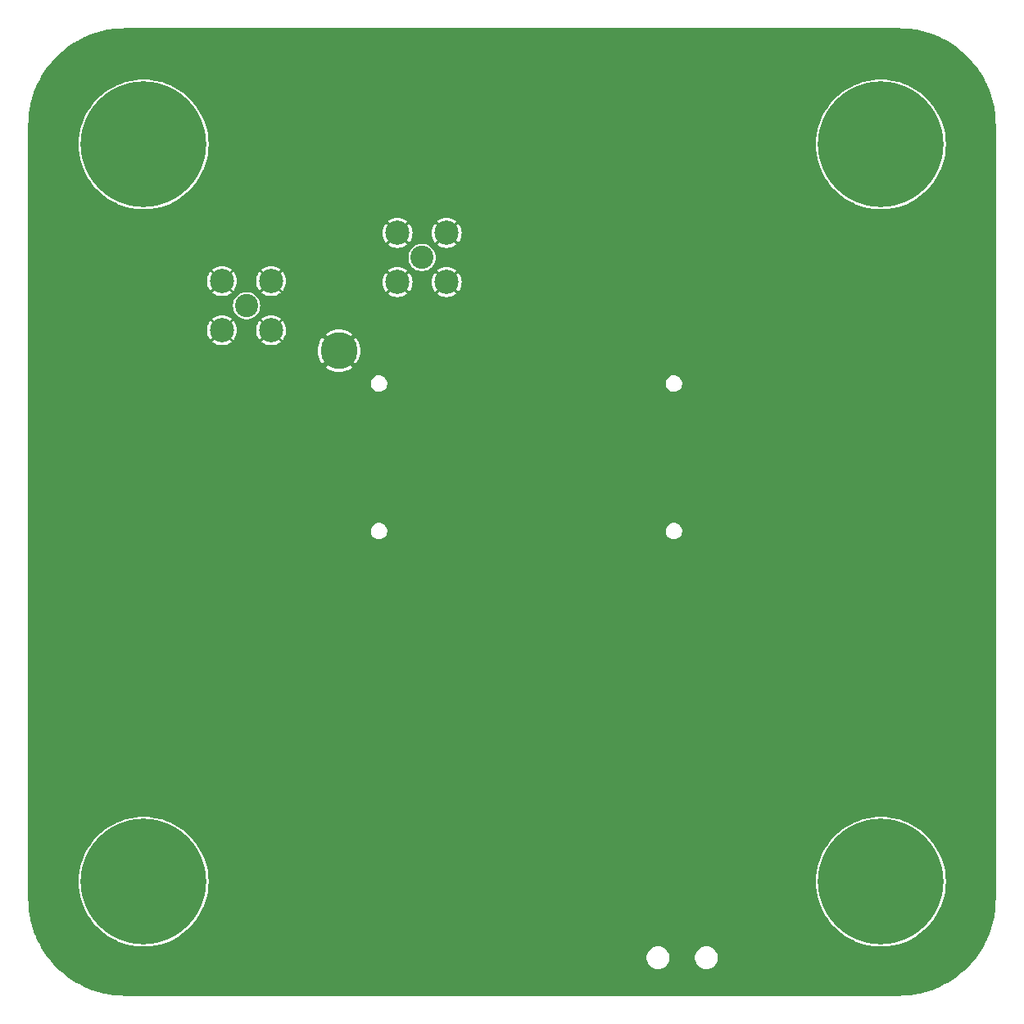
<source format=gbl>
G04 #@! TF.GenerationSoftware,KiCad,Pcbnew,7.0.1*
G04 #@! TF.CreationDate,2024-09-06T16:35:00-07:00*
G04 #@! TF.ProjectId,FACED Frame Clock,46414345-4420-4467-9261-6d6520436c6f,rev?*
G04 #@! TF.SameCoordinates,Original*
G04 #@! TF.FileFunction,Copper,L2,Bot*
G04 #@! TF.FilePolarity,Positive*
%FSLAX46Y46*%
G04 Gerber Fmt 4.6, Leading zero omitted, Abs format (unit mm)*
G04 Created by KiCad (PCBNEW 7.0.1) date 2024-09-06 16:35:00*
%MOMM*%
%LPD*%
G01*
G04 APERTURE LIST*
G04 #@! TA.AperFunction,ComponentPad*
%ADD10C,3.800000*%
G04 #@! TD*
G04 #@! TA.AperFunction,ComponentPad*
%ADD11C,0.900000*%
G04 #@! TD*
G04 #@! TA.AperFunction,ComponentPad*
%ADD12C,13.000000*%
G04 #@! TD*
G04 #@! TA.AperFunction,ComponentPad*
%ADD13C,2.400000*%
G04 #@! TD*
G04 #@! TA.AperFunction,ComponentPad*
%ADD14C,2.500000*%
G04 #@! TD*
G04 #@! TA.AperFunction,ViaPad*
%ADD15C,0.800000*%
G04 #@! TD*
G04 APERTURE END LIST*
D10*
X127110000Y-113350000D03*
D11*
X178255000Y-168210000D03*
X179682854Y-164762854D03*
X179682854Y-171657146D03*
X183130000Y-163335000D03*
D12*
X183130000Y-168210000D03*
D11*
X183130000Y-173085000D03*
X186577146Y-164762854D03*
X186577146Y-171657146D03*
X188005000Y-168210000D03*
X102055000Y-92010000D03*
X103482854Y-88562854D03*
X103482854Y-95457146D03*
X106930000Y-87135000D03*
D12*
X106930000Y-92010000D03*
D11*
X106930000Y-96885000D03*
X110377146Y-88562854D03*
X110377146Y-95457146D03*
X111805000Y-92010000D03*
D13*
X117560800Y-108676999D03*
D14*
X115020800Y-106136999D03*
X115020800Y-111216999D03*
X120100800Y-106136999D03*
X120100800Y-111216999D03*
D11*
X102055000Y-168210000D03*
X103482854Y-164762854D03*
X103482854Y-171657146D03*
X106930000Y-163335000D03*
D12*
X106930000Y-168210000D03*
D11*
X106930000Y-173085000D03*
X110377146Y-164762854D03*
X110377146Y-171657146D03*
X111805000Y-168210000D03*
D13*
X135696400Y-103698599D03*
D14*
X133156400Y-101158599D03*
X133156400Y-106238599D03*
X138236400Y-101158599D03*
X138236400Y-106238599D03*
D11*
X178255000Y-92010000D03*
X179682854Y-88562854D03*
X179682854Y-95457146D03*
X183130000Y-87135000D03*
D12*
X183130000Y-92010000D03*
D11*
X183130000Y-96885000D03*
X186577146Y-88562854D03*
X186577146Y-95457146D03*
X188005000Y-92010000D03*
D15*
X126660000Y-110760000D03*
X128420000Y-110790000D03*
X125360000Y-110970000D03*
X133970000Y-116300000D03*
X138920000Y-117880000D03*
X136380000Y-115260000D03*
X141820000Y-110070000D03*
X136840000Y-110080000D03*
X131520000Y-109840000D03*
X173840000Y-152520000D03*
X108500000Y-142500000D03*
X171000000Y-117500000D03*
X176000000Y-97500000D03*
X151000000Y-97500000D03*
X176000000Y-117500000D03*
X153500000Y-122500000D03*
X113500000Y-142500000D03*
X181000000Y-107500000D03*
X188500000Y-132500000D03*
X101000000Y-137500000D03*
X111250000Y-112740000D03*
X126000000Y-147500000D03*
X113500000Y-152500000D03*
X153080000Y-172550000D03*
X133500000Y-152500000D03*
X151600000Y-139790000D03*
X138370000Y-103770000D03*
X188500000Y-102500000D03*
X111000000Y-157500000D03*
X128500000Y-82500000D03*
X173500000Y-82500000D03*
X131000000Y-127500000D03*
X173500000Y-162500000D03*
X176000000Y-177500000D03*
X151340000Y-136410000D03*
X96000000Y-167500000D03*
X171000000Y-137500000D03*
X133500000Y-92500000D03*
X188500000Y-162500000D03*
X183500000Y-132500000D03*
X178500000Y-82500000D03*
X136490000Y-118890000D03*
X158580000Y-135870000D03*
X111000000Y-177500000D03*
X160530000Y-127700000D03*
X191000000Y-157500000D03*
X171000000Y-107500000D03*
X106000000Y-117500000D03*
X191000000Y-107500000D03*
X103500000Y-102500000D03*
X178500000Y-162500000D03*
X181000000Y-117500000D03*
X113890000Y-97910000D03*
X132130000Y-107910000D03*
X156000000Y-137500000D03*
X181000000Y-127500000D03*
X186000000Y-107500000D03*
X121000000Y-167500000D03*
X116880000Y-95060000D03*
X108500000Y-82500000D03*
X111000000Y-147500000D03*
X128500000Y-122500000D03*
X132400000Y-118150000D03*
X119170000Y-96030000D03*
X125830000Y-109640000D03*
X151000000Y-107500000D03*
X146000000Y-128260000D03*
X131000000Y-97500000D03*
X111000000Y-137500000D03*
X188500000Y-152500000D03*
X130180000Y-138880000D03*
X143500000Y-112500000D03*
X141640000Y-134610000D03*
X136000000Y-177500000D03*
X148500000Y-82500000D03*
X166540000Y-137190000D03*
X191000000Y-137500000D03*
X146000000Y-147500000D03*
X116000000Y-157500000D03*
X173500000Y-122500000D03*
X133500000Y-142500000D03*
X136000000Y-147500000D03*
X123500000Y-162500000D03*
X118500000Y-122500000D03*
X186000000Y-177500000D03*
X120770000Y-103460000D03*
X168500000Y-162500000D03*
X98500000Y-162500000D03*
X106000000Y-107500000D03*
X118500000Y-92500000D03*
X111520000Y-98920000D03*
X131000000Y-177500000D03*
X123500000Y-82500000D03*
X120870000Y-138680000D03*
X114600000Y-95430000D03*
X166000000Y-127500000D03*
X131000000Y-167500000D03*
X128500000Y-162500000D03*
X115730000Y-103480000D03*
X156000000Y-167500000D03*
X149380000Y-112250000D03*
X118500000Y-172500000D03*
X153500000Y-102500000D03*
X161000000Y-87500000D03*
X141000000Y-177500000D03*
X136000000Y-87500000D03*
X166280000Y-170570000D03*
X171000000Y-97500000D03*
X96000000Y-97500000D03*
X141000000Y-167500000D03*
X156000000Y-127500000D03*
X126000000Y-87500000D03*
X101000000Y-157500000D03*
X128500000Y-92500000D03*
X178500000Y-122500000D03*
X108500000Y-112500000D03*
X108500000Y-152500000D03*
X101000000Y-107500000D03*
X118500000Y-82500000D03*
X176000000Y-157500000D03*
X178500000Y-132500000D03*
X103500000Y-82500000D03*
X113500000Y-82500000D03*
X165490000Y-162490000D03*
X146000000Y-157500000D03*
X135420000Y-112730000D03*
X138500000Y-112500000D03*
X153500000Y-162500000D03*
X166000000Y-107500000D03*
X101000000Y-97500000D03*
X123500000Y-152500000D03*
X126000000Y-117500000D03*
X146000000Y-167500000D03*
X153500000Y-112500000D03*
X171000000Y-157500000D03*
X112270000Y-104680000D03*
X146000000Y-107500000D03*
X153500000Y-132500000D03*
X168500000Y-112500000D03*
X113000000Y-102500000D03*
X126000000Y-127500000D03*
X121570000Y-109530000D03*
X168500000Y-142500000D03*
X151000000Y-127500000D03*
X181000000Y-177500000D03*
X143500000Y-162500000D03*
X173500000Y-102500000D03*
X143500000Y-152500000D03*
X98500000Y-122500000D03*
X106000000Y-127500000D03*
X131000000Y-147500000D03*
X151700000Y-118810000D03*
X158500000Y-152500000D03*
X191000000Y-117500000D03*
X168500000Y-92500000D03*
X191000000Y-87500000D03*
X136000000Y-157500000D03*
X103500000Y-112500000D03*
X173500000Y-132500000D03*
X131000000Y-157500000D03*
X188500000Y-112500000D03*
X148500000Y-102500000D03*
X130570000Y-102380000D03*
X138500000Y-82500000D03*
X146000000Y-136400000D03*
X193500000Y-172500000D03*
X96000000Y-127500000D03*
X188500000Y-82500000D03*
X181000000Y-147500000D03*
X124520000Y-108500000D03*
X130530000Y-100550000D03*
X163500000Y-112500000D03*
X98500000Y-132500000D03*
X161000000Y-167500000D03*
X156710000Y-117880000D03*
X98500000Y-152500000D03*
X119100000Y-116430000D03*
X103500000Y-122500000D03*
X163500000Y-122500000D03*
X138450000Y-98460000D03*
X125490000Y-138640000D03*
X128500000Y-142500000D03*
X158910000Y-172530000D03*
X158500000Y-112500000D03*
X143500000Y-172500000D03*
X112360000Y-110390000D03*
X151000000Y-157500000D03*
X98500000Y-142500000D03*
X116000000Y-117500000D03*
X116810000Y-114330000D03*
X168500000Y-102500000D03*
X148500000Y-132500000D03*
X113500000Y-172500000D03*
X161400000Y-146220000D03*
X191000000Y-97500000D03*
X106000000Y-137500000D03*
X132390000Y-95100000D03*
X101000000Y-177500000D03*
X126000000Y-177500000D03*
X139790000Y-145280000D03*
X166000000Y-167500000D03*
X181000000Y-157500000D03*
X193500000Y-122500000D03*
X101000000Y-147500000D03*
X148500000Y-162500000D03*
X153500000Y-92500000D03*
X157420000Y-139630000D03*
X113120000Y-117300000D03*
X188830000Y-172740000D03*
X161510000Y-141290000D03*
X161000000Y-97500000D03*
X158500000Y-92500000D03*
X132170000Y-111790000D03*
X133410000Y-98220000D03*
X171000000Y-147500000D03*
X157790000Y-142590000D03*
X117490000Y-106070000D03*
X161000000Y-177500000D03*
X188500000Y-142500000D03*
X138500000Y-162500000D03*
X126000000Y-167500000D03*
X126000000Y-157500000D03*
X141370000Y-127500000D03*
X161860000Y-133640000D03*
X123500000Y-92500000D03*
X151000000Y-177500000D03*
X193500000Y-92500000D03*
X136000000Y-167500000D03*
X101000000Y-127500000D03*
X143500000Y-92500000D03*
X123500000Y-132500000D03*
X130610000Y-104140000D03*
X128480000Y-117830000D03*
X101000000Y-87500000D03*
X193500000Y-102500000D03*
X118500000Y-162500000D03*
X186000000Y-117500000D03*
X141000000Y-97500000D03*
X127220000Y-102910000D03*
X128500000Y-152500000D03*
X183500000Y-82500000D03*
X116000000Y-177500000D03*
X192670000Y-163470000D03*
X131190000Y-115200000D03*
X138500000Y-122500000D03*
X141000000Y-157500000D03*
X143540000Y-106530000D03*
X122540000Y-95340000D03*
X166000000Y-97500000D03*
X181000000Y-137500000D03*
X131000000Y-87500000D03*
X121000000Y-87500000D03*
X141160000Y-104540000D03*
X143740000Y-99220000D03*
X133500000Y-172500000D03*
X116000000Y-87500000D03*
X96000000Y-147500000D03*
X156460000Y-147780000D03*
X121660000Y-91030000D03*
X158500000Y-82500000D03*
X158770000Y-122400000D03*
X124950000Y-107460000D03*
X143500000Y-82500000D03*
X191000000Y-147500000D03*
X133080000Y-103720000D03*
X121000000Y-117500000D03*
X133500000Y-122500000D03*
X121000000Y-127500000D03*
X143500000Y-132500000D03*
X96000000Y-137500000D03*
X176000000Y-107500000D03*
X176000000Y-137500000D03*
X156000000Y-97500000D03*
X168500000Y-122500000D03*
X98500000Y-112500000D03*
X96000000Y-157500000D03*
X111080000Y-127490000D03*
X153500000Y-142500000D03*
X121000000Y-177500000D03*
X183500000Y-152500000D03*
X178500000Y-142500000D03*
X161000000Y-107500000D03*
X108500000Y-122500000D03*
X117770000Y-99040000D03*
X186000000Y-147500000D03*
X111550000Y-107560000D03*
X163500000Y-102500000D03*
X141000000Y-107500000D03*
X121000000Y-157500000D03*
X98500000Y-102500000D03*
X106000000Y-157500000D03*
X193500000Y-142500000D03*
X183500000Y-102500000D03*
X110500000Y-101370000D03*
X166000000Y-87500000D03*
X153500000Y-82500000D03*
X113410000Y-114280000D03*
X138440000Y-134630000D03*
X125390000Y-103320000D03*
X143500000Y-122500000D03*
X156000000Y-87500000D03*
X151000000Y-87500000D03*
X141000000Y-87500000D03*
X148500000Y-142500000D03*
X108500000Y-102500000D03*
X122600000Y-100500000D03*
X138400000Y-142780000D03*
X118500000Y-132500000D03*
X148500000Y-92500000D03*
X161000000Y-157500000D03*
X178500000Y-152500000D03*
X136000000Y-97500000D03*
X116020000Y-166530000D03*
X171000000Y-87500000D03*
X193990000Y-159310000D03*
X156000000Y-157500000D03*
X141210000Y-100450000D03*
X193500000Y-112500000D03*
X138000000Y-138890000D03*
X135250000Y-138770000D03*
X163100000Y-149650000D03*
X146000000Y-87500000D03*
X106000000Y-147500000D03*
X115050000Y-108760000D03*
X143560000Y-142850000D03*
X138500000Y-152500000D03*
X191000000Y-167500000D03*
X148500000Y-152500000D03*
X151000000Y-167500000D03*
X143500000Y-102500000D03*
X113500000Y-162500000D03*
X101000000Y-117500000D03*
X121520000Y-107820000D03*
X96000000Y-117500000D03*
X166000000Y-117500000D03*
X168500000Y-132500000D03*
X123500000Y-142500000D03*
X188500000Y-122500000D03*
X134880000Y-107740000D03*
X168500000Y-82500000D03*
X146220000Y-139810000D03*
X138500000Y-132500000D03*
X141000000Y-147500000D03*
X103500000Y-142500000D03*
X183500000Y-112500000D03*
X160080000Y-149520000D03*
X163370000Y-157420000D03*
X176000000Y-87500000D03*
X193500000Y-152500000D03*
X133500000Y-162500000D03*
X111110000Y-117950000D03*
X121000000Y-98500000D03*
X156000000Y-177500000D03*
X126680000Y-105160000D03*
X117490000Y-111260000D03*
X120330000Y-114180000D03*
X163320000Y-143610000D03*
X163500000Y-172500000D03*
X171000000Y-127500000D03*
X156730000Y-150380000D03*
X108500000Y-132500000D03*
X166850000Y-146210000D03*
X158500000Y-102500000D03*
X156000000Y-107500000D03*
X136260000Y-106760000D03*
X113500000Y-132500000D03*
X103500000Y-152500000D03*
X176000000Y-127500000D03*
X118500000Y-152500000D03*
X128500000Y-132500000D03*
X116000000Y-147500000D03*
X148500000Y-172500000D03*
X171000000Y-177500000D03*
X173500000Y-142500000D03*
X118500000Y-142500000D03*
X162340000Y-152660000D03*
X173500000Y-112500000D03*
X98500000Y-172500000D03*
X128570000Y-101280000D03*
X146000000Y-97500000D03*
X123020000Y-122600000D03*
X141380000Y-117590000D03*
X186000000Y-157500000D03*
X193500000Y-132500000D03*
X153500000Y-152500000D03*
X121000000Y-147500000D03*
X133500000Y-82500000D03*
X102520000Y-162390000D03*
X136000000Y-127500000D03*
X163500000Y-92500000D03*
X128770000Y-104390000D03*
X123500000Y-172500000D03*
X171000000Y-167500000D03*
X98500000Y-92500000D03*
X166000000Y-177500000D03*
X173500000Y-172500000D03*
X178500000Y-112500000D03*
X186000000Y-127500000D03*
X178500000Y-102500000D03*
X167240000Y-152570000D03*
X118820000Y-101400000D03*
X138500000Y-172500000D03*
X158500000Y-132500000D03*
X113500000Y-122500000D03*
X146000000Y-177500000D03*
X96000000Y-87500000D03*
X151000000Y-147500000D03*
X124550000Y-110050000D03*
X183500000Y-122500000D03*
X158500000Y-162500000D03*
X146520000Y-117540000D03*
X135680000Y-100870000D03*
X106000000Y-177500000D03*
X163500000Y-82500000D03*
X183500000Y-142500000D03*
X128500000Y-172500000D03*
X186000000Y-137500000D03*
X108400000Y-105360000D03*
X138500000Y-92500000D03*
X176000000Y-147500000D03*
X163430000Y-138680000D03*
X96000000Y-107500000D03*
X133500000Y-132500000D03*
X103500000Y-132500000D03*
X161850000Y-118140000D03*
X148500000Y-122500000D03*
X116000000Y-127500000D03*
X191000000Y-127500000D03*
X166980000Y-157810000D03*
X116170000Y-137380000D03*
X115380000Y-100330000D03*
G04 #@! TA.AperFunction,Conductor*
G36*
X185001489Y-80000545D02*
G01*
X185413504Y-80012995D01*
X185413504Y-80013026D01*
X185413617Y-80012998D01*
X185414103Y-80013013D01*
X185604730Y-80019004D01*
X185610493Y-80019356D01*
X185957842Y-80050920D01*
X186218245Y-80075536D01*
X186223753Y-80076215D01*
X186554766Y-80126594D01*
X186827075Y-80169724D01*
X186832287Y-80170695D01*
X187153737Y-80239698D01*
X187153986Y-80239753D01*
X187428925Y-80301209D01*
X187433874Y-80302451D01*
X187747246Y-80389810D01*
X187748055Y-80390041D01*
X188021520Y-80469490D01*
X188026143Y-80470958D01*
X188331648Y-80576381D01*
X188332884Y-80576817D01*
X188602615Y-80673926D01*
X188606901Y-80675584D01*
X188802313Y-80756526D01*
X188904183Y-80798722D01*
X188905614Y-80799328D01*
X189009079Y-80844101D01*
X189169976Y-80913727D01*
X189173943Y-80915550D01*
X189462420Y-81056010D01*
X189464023Y-81056808D01*
X189721474Y-81187986D01*
X189725138Y-81189953D01*
X190004031Y-81347250D01*
X190005792Y-81348267D01*
X190254991Y-81495643D01*
X190258324Y-81497704D01*
X190526897Y-81671349D01*
X190528647Y-81672510D01*
X190768537Y-81835539D01*
X190771565Y-81837680D01*
X191028846Y-82026992D01*
X191030800Y-82028468D01*
X191260209Y-82206416D01*
X191262866Y-82208553D01*
X191429004Y-82347012D01*
X191508037Y-82412878D01*
X191510126Y-82414668D01*
X191728026Y-82606773D01*
X191730413Y-82608948D01*
X191962701Y-82827609D01*
X191964848Y-82829691D01*
X192170307Y-83035150D01*
X192172389Y-83037297D01*
X192391050Y-83269585D01*
X192393225Y-83271972D01*
X192585330Y-83489872D01*
X192587120Y-83491961D01*
X192791427Y-83737110D01*
X192793601Y-83739813D01*
X192971511Y-83969173D01*
X192973026Y-83971178D01*
X193162318Y-84228434D01*
X193164459Y-84231461D01*
X193249492Y-84356583D01*
X193327461Y-84471311D01*
X193328696Y-84473173D01*
X193502287Y-84741663D01*
X193504363Y-84745020D01*
X193651731Y-84994206D01*
X193652748Y-84995967D01*
X193810045Y-85274860D01*
X193812025Y-85278549D01*
X193943188Y-85535972D01*
X193943988Y-85537578D01*
X194084432Y-85826020D01*
X194086280Y-85830042D01*
X194200670Y-86094384D01*
X194201276Y-86095815D01*
X194324402Y-86393066D01*
X194326085Y-86397417D01*
X194423179Y-86667109D01*
X194423617Y-86668350D01*
X194529032Y-86973830D01*
X194530516Y-86978504D01*
X194609923Y-87251824D01*
X194610218Y-87252859D01*
X194697542Y-87566105D01*
X194698794Y-87571094D01*
X194760188Y-87845752D01*
X194760367Y-87846570D01*
X194829295Y-88167672D01*
X194830281Y-88172963D01*
X194873365Y-88444986D01*
X194873457Y-88445577D01*
X194923778Y-88776208D01*
X194924466Y-88781787D01*
X194949095Y-89042332D01*
X194949128Y-89042690D01*
X194980639Y-89389462D01*
X194980996Y-89395312D01*
X194987000Y-89586374D01*
X194987001Y-89586494D01*
X194987004Y-89586494D01*
X194999455Y-89998511D01*
X194999500Y-90001501D01*
X194999500Y-169998499D01*
X194999455Y-170001489D01*
X194987008Y-170413386D01*
X194987004Y-170413506D01*
X194980996Y-170604687D01*
X194980639Y-170610536D01*
X194949128Y-170957309D01*
X194949095Y-170957667D01*
X194924466Y-171218211D01*
X194923778Y-171223790D01*
X194873457Y-171554421D01*
X194873365Y-171555012D01*
X194830281Y-171827035D01*
X194829295Y-171832326D01*
X194760367Y-172153428D01*
X194760188Y-172154246D01*
X194698794Y-172428904D01*
X194697542Y-172433893D01*
X194610218Y-172747139D01*
X194609923Y-172748174D01*
X194530516Y-173021494D01*
X194529032Y-173026168D01*
X194423617Y-173331648D01*
X194423179Y-173332889D01*
X194326085Y-173602581D01*
X194324402Y-173606932D01*
X194201276Y-173904183D01*
X194200670Y-173905614D01*
X194086280Y-174169956D01*
X194084432Y-174173978D01*
X193943988Y-174462420D01*
X193943188Y-174464026D01*
X193812025Y-174721449D01*
X193810045Y-174725138D01*
X193652748Y-175004031D01*
X193651731Y-175005792D01*
X193504363Y-175254978D01*
X193502287Y-175258335D01*
X193328696Y-175526825D01*
X193327440Y-175528719D01*
X193164459Y-175768537D01*
X193162318Y-175771564D01*
X192973026Y-176028820D01*
X192971511Y-176030825D01*
X192793601Y-176260185D01*
X192791427Y-176262888D01*
X192587120Y-176508037D01*
X192585330Y-176510126D01*
X192393225Y-176728026D01*
X192391050Y-176730413D01*
X192172389Y-176962701D01*
X192170307Y-176964848D01*
X191964848Y-177170307D01*
X191962701Y-177172389D01*
X191730413Y-177391050D01*
X191728026Y-177393225D01*
X191510126Y-177585330D01*
X191508037Y-177587120D01*
X191262888Y-177791427D01*
X191260185Y-177793601D01*
X191030825Y-177971511D01*
X191028820Y-177973026D01*
X190771564Y-178162318D01*
X190768537Y-178164459D01*
X190528719Y-178327440D01*
X190526825Y-178328696D01*
X190258335Y-178502287D01*
X190254978Y-178504363D01*
X190005792Y-178651731D01*
X190004031Y-178652748D01*
X189725138Y-178810045D01*
X189721449Y-178812025D01*
X189464026Y-178943188D01*
X189462420Y-178943988D01*
X189173978Y-179084432D01*
X189169956Y-179086280D01*
X188905614Y-179200670D01*
X188904183Y-179201276D01*
X188606932Y-179324402D01*
X188602581Y-179326085D01*
X188332889Y-179423179D01*
X188331648Y-179423617D01*
X188026168Y-179529032D01*
X188021494Y-179530516D01*
X187748174Y-179609923D01*
X187747139Y-179610218D01*
X187433893Y-179697542D01*
X187428904Y-179698794D01*
X187154246Y-179760188D01*
X187153428Y-179760367D01*
X186832326Y-179829295D01*
X186827035Y-179830281D01*
X186555012Y-179873365D01*
X186554421Y-179873457D01*
X186223790Y-179923778D01*
X186218210Y-179924466D01*
X185957793Y-179949082D01*
X185957437Y-179949115D01*
X185610537Y-179980639D01*
X185604686Y-179980996D01*
X185413624Y-179987000D01*
X185413505Y-179987004D01*
X185001489Y-179999455D01*
X184998499Y-179999500D01*
X105001501Y-179999500D01*
X104998511Y-179999455D01*
X104586493Y-179987004D01*
X104586374Y-179987000D01*
X104395312Y-179980996D01*
X104389461Y-179980639D01*
X104042561Y-179949115D01*
X104042205Y-179949082D01*
X103781788Y-179924466D01*
X103776208Y-179923778D01*
X103445577Y-179873457D01*
X103444986Y-179873365D01*
X103172963Y-179830281D01*
X103167672Y-179829295D01*
X102846570Y-179760367D01*
X102845752Y-179760188D01*
X102571094Y-179698794D01*
X102566105Y-179697542D01*
X102252859Y-179610218D01*
X102251824Y-179609923D01*
X101978504Y-179530516D01*
X101973830Y-179529032D01*
X101668350Y-179423617D01*
X101667109Y-179423179D01*
X101397417Y-179326085D01*
X101393066Y-179324402D01*
X101095815Y-179201276D01*
X101094384Y-179200670D01*
X100830042Y-179086280D01*
X100826020Y-179084432D01*
X100537578Y-178943988D01*
X100535972Y-178943188D01*
X100278549Y-178812025D01*
X100274860Y-178810045D01*
X99995967Y-178652748D01*
X99994206Y-178651731D01*
X99745020Y-178504363D01*
X99741663Y-178502287D01*
X99586410Y-178401909D01*
X99473144Y-178328676D01*
X99471311Y-178327461D01*
X99356583Y-178249492D01*
X99231461Y-178164459D01*
X99228434Y-178162318D01*
X98971178Y-177973026D01*
X98969173Y-177971511D01*
X98739813Y-177793601D01*
X98737110Y-177791427D01*
X98491961Y-177587120D01*
X98489872Y-177585330D01*
X98271972Y-177393225D01*
X98269585Y-177391050D01*
X98037297Y-177172389D01*
X98035150Y-177170307D01*
X97829691Y-176964848D01*
X97827609Y-176962701D01*
X97608948Y-176730413D01*
X97606773Y-176728026D01*
X97414668Y-176510126D01*
X97412878Y-176508037D01*
X97327315Y-176405370D01*
X97208553Y-176262866D01*
X97206416Y-176260209D01*
X97147319Y-176184022D01*
X158902400Y-176184022D01*
X158942500Y-176398541D01*
X159021339Y-176602047D01*
X159021340Y-176602049D01*
X159136229Y-176787602D01*
X159283257Y-176948884D01*
X159457418Y-177080404D01*
X159652779Y-177177683D01*
X159862690Y-177237407D01*
X160025556Y-177252499D01*
X160134440Y-177252499D01*
X160134444Y-177252499D01*
X160297310Y-177237407D01*
X160507221Y-177177683D01*
X160702582Y-177080404D01*
X160876743Y-176948884D01*
X161023771Y-176787602D01*
X161138660Y-176602049D01*
X161217498Y-176398545D01*
X161243358Y-176260209D01*
X161257600Y-176184022D01*
X163902400Y-176184022D01*
X163942500Y-176398541D01*
X164021339Y-176602047D01*
X164021340Y-176602049D01*
X164136229Y-176787602D01*
X164283257Y-176948884D01*
X164457418Y-177080404D01*
X164652779Y-177177683D01*
X164862690Y-177237407D01*
X165025556Y-177252499D01*
X165134440Y-177252499D01*
X165134444Y-177252499D01*
X165297310Y-177237407D01*
X165507221Y-177177683D01*
X165702582Y-177080404D01*
X165876743Y-176948884D01*
X166023771Y-176787602D01*
X166138660Y-176602049D01*
X166217498Y-176398545D01*
X166243358Y-176260209D01*
X166257600Y-176184022D01*
X166257600Y-175965776D01*
X166217499Y-175751256D01*
X166138660Y-175547750D01*
X166138660Y-175547749D01*
X166023771Y-175362196D01*
X165876743Y-175200914D01*
X165702582Y-175069394D01*
X165702580Y-175069393D01*
X165702579Y-175069392D01*
X165507222Y-174972115D01*
X165297311Y-174912391D01*
X165264736Y-174909372D01*
X165134444Y-174897299D01*
X165025556Y-174897299D01*
X164916978Y-174907360D01*
X164862688Y-174912391D01*
X164652777Y-174972115D01*
X164457420Y-175069392D01*
X164283256Y-175200915D01*
X164136230Y-175362194D01*
X164021339Y-175547750D01*
X163942500Y-175751256D01*
X163902400Y-175965776D01*
X163902400Y-176184022D01*
X161257600Y-176184022D01*
X161257600Y-175965776D01*
X161217499Y-175751256D01*
X161138660Y-175547750D01*
X161138660Y-175547749D01*
X161023771Y-175362196D01*
X160876743Y-175200914D01*
X160702582Y-175069394D01*
X160702580Y-175069393D01*
X160702579Y-175069392D01*
X160507222Y-174972115D01*
X160297311Y-174912391D01*
X160264736Y-174909372D01*
X160134444Y-174897299D01*
X160025556Y-174897299D01*
X159916978Y-174907360D01*
X159862688Y-174912391D01*
X159652777Y-174972115D01*
X159457420Y-175069392D01*
X159283256Y-175200915D01*
X159136230Y-175362194D01*
X159021339Y-175547750D01*
X158942500Y-175751256D01*
X158902400Y-175965776D01*
X158902400Y-176184022D01*
X97147319Y-176184022D01*
X97028468Y-176030800D01*
X97026992Y-176028846D01*
X96837680Y-175771564D01*
X96835539Y-175768537D01*
X96823795Y-175751256D01*
X96672510Y-175528647D01*
X96671349Y-175526897D01*
X96497704Y-175258324D01*
X96495635Y-175254978D01*
X96463662Y-175200915D01*
X96348267Y-175005792D01*
X96347250Y-175004031D01*
X96189953Y-174725138D01*
X96187986Y-174721474D01*
X96056808Y-174464023D01*
X96056010Y-174462420D01*
X96015828Y-174379894D01*
X95915550Y-174173943D01*
X95913727Y-174169976D01*
X95799328Y-173905614D01*
X95798722Y-173904183D01*
X95771432Y-173838299D01*
X95675584Y-173606901D01*
X95673926Y-173602615D01*
X95576817Y-173332884D01*
X95576381Y-173331648D01*
X95552927Y-173263680D01*
X95470958Y-173026143D01*
X95469490Y-173021520D01*
X95390041Y-172748055D01*
X95389810Y-172747246D01*
X95302451Y-172433874D01*
X95301209Y-172428925D01*
X95239753Y-172153986D01*
X95239698Y-172153737D01*
X95170695Y-171832287D01*
X95169724Y-171827075D01*
X95126570Y-171554609D01*
X95076215Y-171223753D01*
X95075536Y-171218245D01*
X95050897Y-170957588D01*
X95019356Y-170610495D01*
X95019004Y-170604730D01*
X95013013Y-170414128D01*
X95000545Y-170001489D01*
X95000500Y-169998499D01*
X95000500Y-168210000D01*
X100224578Y-168210000D01*
X100244253Y-168723287D01*
X100303164Y-169233581D01*
X100400961Y-169737854D01*
X100537074Y-170233158D01*
X100710706Y-170716601D01*
X100920833Y-171185329D01*
X101166226Y-171636599D01*
X101445438Y-172067753D01*
X101756837Y-172476270D01*
X102098595Y-172859753D01*
X102468717Y-173215960D01*
X102865003Y-173542774D01*
X103285149Y-173838298D01*
X103726689Y-174100796D01*
X104165840Y-174318232D01*
X104187023Y-174328721D01*
X104663455Y-174520740D01*
X105153187Y-174675726D01*
X105653347Y-174792768D01*
X106160999Y-174871179D01*
X106673164Y-174910500D01*
X107186830Y-174910500D01*
X107186836Y-174910500D01*
X107699001Y-174871179D01*
X108206653Y-174792768D01*
X108706813Y-174675726D01*
X109196545Y-174520740D01*
X109672977Y-174328721D01*
X109993629Y-174169956D01*
X110133310Y-174100796D01*
X110464027Y-173904183D01*
X110574849Y-173838299D01*
X110994997Y-173542774D01*
X111391289Y-173215954D01*
X111761401Y-172859757D01*
X112103160Y-172476273D01*
X112414561Y-172067754D01*
X112693776Y-171636595D01*
X112939167Y-171185328D01*
X113149294Y-170716601D01*
X113322924Y-170233164D01*
X113459038Y-169737854D01*
X113556836Y-169233578D01*
X113615746Y-168723295D01*
X113635421Y-168210000D01*
X176424578Y-168210000D01*
X176444253Y-168723287D01*
X176503164Y-169233581D01*
X176600961Y-169737854D01*
X176737074Y-170233158D01*
X176910706Y-170716601D01*
X177120833Y-171185329D01*
X177366226Y-171636599D01*
X177645438Y-172067753D01*
X177956837Y-172476270D01*
X178298595Y-172859753D01*
X178668717Y-173215960D01*
X179065003Y-173542774D01*
X179485149Y-173838298D01*
X179926689Y-174100796D01*
X180365840Y-174318232D01*
X180387023Y-174328721D01*
X180863455Y-174520740D01*
X181353187Y-174675726D01*
X181853347Y-174792768D01*
X182360999Y-174871179D01*
X182873164Y-174910500D01*
X183386830Y-174910500D01*
X183386836Y-174910500D01*
X183899001Y-174871179D01*
X184406653Y-174792768D01*
X184906813Y-174675726D01*
X185396545Y-174520740D01*
X185872977Y-174328721D01*
X186193629Y-174169956D01*
X186333310Y-174100796D01*
X186664027Y-173904183D01*
X186774849Y-173838299D01*
X187194997Y-173542774D01*
X187591289Y-173215954D01*
X187961401Y-172859757D01*
X188303160Y-172476273D01*
X188614561Y-172067754D01*
X188893776Y-171636595D01*
X189139167Y-171185328D01*
X189349294Y-170716601D01*
X189522924Y-170233164D01*
X189659038Y-169737854D01*
X189756836Y-169233578D01*
X189815746Y-168723295D01*
X189835421Y-168210000D01*
X189815746Y-167696705D01*
X189756836Y-167186422D01*
X189659038Y-166682146D01*
X189522924Y-166186836D01*
X189349294Y-165703399D01*
X189139167Y-165234672D01*
X188893776Y-164783405D01*
X188614561Y-164352246D01*
X188303160Y-163943727D01*
X187961401Y-163560243D01*
X187591289Y-163204046D01*
X187591282Y-163204039D01*
X187194996Y-162877225D01*
X186774850Y-162581701D01*
X186333310Y-162319203D01*
X185872986Y-162091283D01*
X185872981Y-162091281D01*
X185872977Y-162091279D01*
X185396545Y-161899260D01*
X185060322Y-161792855D01*
X184906817Y-161744275D01*
X184406652Y-161627231D01*
X183899004Y-161548821D01*
X183728279Y-161535714D01*
X183386836Y-161509500D01*
X182873164Y-161509500D01*
X182565865Y-161533092D01*
X182360995Y-161548821D01*
X181853347Y-161627231D01*
X181353182Y-161744275D01*
X181016964Y-161850678D01*
X180863455Y-161899260D01*
X180409522Y-162082210D01*
X180387013Y-162091283D01*
X179926689Y-162319203D01*
X179485149Y-162581701D01*
X179065003Y-162877225D01*
X178668717Y-163204039D01*
X178298595Y-163560246D01*
X177956837Y-163943729D01*
X177645438Y-164352246D01*
X177366226Y-164783400D01*
X177120833Y-165234670D01*
X176910706Y-165703398D01*
X176737074Y-166186841D01*
X176600961Y-166682145D01*
X176503164Y-167186418D01*
X176444253Y-167696712D01*
X176424578Y-168210000D01*
X113635421Y-168210000D01*
X113615746Y-167696705D01*
X113556836Y-167186422D01*
X113459038Y-166682146D01*
X113322924Y-166186836D01*
X113149294Y-165703399D01*
X112939167Y-165234672D01*
X112693776Y-164783405D01*
X112414561Y-164352246D01*
X112103160Y-163943727D01*
X111761401Y-163560243D01*
X111391289Y-163204046D01*
X111391282Y-163204039D01*
X110994996Y-162877225D01*
X110574850Y-162581701D01*
X110133310Y-162319203D01*
X109672986Y-162091283D01*
X109672981Y-162091281D01*
X109672977Y-162091279D01*
X109196545Y-161899260D01*
X108860322Y-161792855D01*
X108706817Y-161744275D01*
X108206652Y-161627231D01*
X107699004Y-161548821D01*
X107528279Y-161535714D01*
X107186836Y-161509500D01*
X106673164Y-161509500D01*
X106365865Y-161533092D01*
X106160995Y-161548821D01*
X105653347Y-161627231D01*
X105153182Y-161744275D01*
X104816964Y-161850678D01*
X104663455Y-161899260D01*
X104209522Y-162082210D01*
X104187013Y-162091283D01*
X103726689Y-162319203D01*
X103285149Y-162581701D01*
X102865003Y-162877225D01*
X102468717Y-163204039D01*
X102098595Y-163560246D01*
X101756837Y-163943729D01*
X101445438Y-164352246D01*
X101166226Y-164783400D01*
X100920833Y-165234670D01*
X100710706Y-165703398D01*
X100537074Y-166186841D01*
X100400961Y-166682145D01*
X100303164Y-167186418D01*
X100244253Y-167696712D01*
X100224578Y-168210000D01*
X95000500Y-168210000D01*
X95000500Y-131922955D01*
X130412160Y-131922955D01*
X130422118Y-132106595D01*
X130471316Y-132283791D01*
X130471317Y-132283793D01*
X130471318Y-132283796D01*
X130557462Y-132446281D01*
X130557464Y-132446283D01*
X130676520Y-132586448D01*
X130822927Y-132697743D01*
X130822928Y-132697743D01*
X130822929Y-132697744D01*
X130989839Y-132774965D01*
X131079642Y-132794732D01*
X131169444Y-132814499D01*
X131169446Y-132814499D01*
X131307242Y-132814499D01*
X131307245Y-132814499D01*
X131444229Y-132799601D01*
X131618510Y-132740879D01*
X131776092Y-132646065D01*
X131776092Y-132646064D01*
X131776095Y-132646063D01*
X131909606Y-132519594D01*
X131909606Y-132519593D01*
X131909608Y-132519592D01*
X132012815Y-132367374D01*
X132080886Y-132196528D01*
X132110639Y-132015043D01*
X132105646Y-131922955D01*
X160892160Y-131922955D01*
X160902118Y-132106595D01*
X160951316Y-132283791D01*
X160951317Y-132283793D01*
X160951318Y-132283796D01*
X161037462Y-132446281D01*
X161037464Y-132446283D01*
X161156520Y-132586448D01*
X161302927Y-132697743D01*
X161302928Y-132697743D01*
X161302929Y-132697744D01*
X161469839Y-132774965D01*
X161559642Y-132794732D01*
X161649444Y-132814499D01*
X161649446Y-132814499D01*
X161787242Y-132814499D01*
X161787245Y-132814499D01*
X161924229Y-132799601D01*
X162098510Y-132740879D01*
X162256092Y-132646065D01*
X162256092Y-132646064D01*
X162256095Y-132646063D01*
X162389606Y-132519594D01*
X162389606Y-132519593D01*
X162389608Y-132519592D01*
X162492815Y-132367374D01*
X162560886Y-132196528D01*
X162590639Y-132015043D01*
X162580682Y-131831406D01*
X162531482Y-131654202D01*
X162445338Y-131491717D01*
X162383067Y-131418406D01*
X162326279Y-131351549D01*
X162179872Y-131240254D01*
X162086636Y-131197119D01*
X162012961Y-131163033D01*
X162012959Y-131163032D01*
X162012958Y-131163032D01*
X161833356Y-131123499D01*
X161833354Y-131123499D01*
X161695555Y-131123499D01*
X161664412Y-131126886D01*
X161558570Y-131138396D01*
X161384289Y-131197119D01*
X161226704Y-131291934D01*
X161093193Y-131418403D01*
X160989986Y-131570622D01*
X160921914Y-131741471D01*
X160892160Y-131922955D01*
X132105646Y-131922955D01*
X132100682Y-131831406D01*
X132051482Y-131654202D01*
X131965338Y-131491717D01*
X131903067Y-131418406D01*
X131846279Y-131351549D01*
X131699872Y-131240254D01*
X131606636Y-131197119D01*
X131532961Y-131163033D01*
X131532959Y-131163032D01*
X131532958Y-131163032D01*
X131353356Y-131123499D01*
X131353354Y-131123499D01*
X131215555Y-131123499D01*
X131184412Y-131126886D01*
X131078570Y-131138396D01*
X130904289Y-131197119D01*
X130746704Y-131291934D01*
X130613193Y-131418403D01*
X130509986Y-131570622D01*
X130441914Y-131741471D01*
X130412160Y-131922955D01*
X95000500Y-131922955D01*
X95000500Y-116680455D01*
X130402160Y-116680455D01*
X130412118Y-116864095D01*
X130461316Y-117041291D01*
X130461317Y-117041293D01*
X130461318Y-117041296D01*
X130547462Y-117203781D01*
X130547464Y-117203783D01*
X130666520Y-117343948D01*
X130812927Y-117455243D01*
X130812928Y-117455243D01*
X130812929Y-117455244D01*
X130979839Y-117532465D01*
X131069642Y-117552231D01*
X131159444Y-117571999D01*
X131159446Y-117571999D01*
X131297242Y-117571999D01*
X131297245Y-117571999D01*
X131434229Y-117557101D01*
X131608510Y-117498379D01*
X131766092Y-117403565D01*
X131766092Y-117403564D01*
X131766095Y-117403563D01*
X131899606Y-117277094D01*
X131899606Y-117277093D01*
X131899608Y-117277092D01*
X132002815Y-117124874D01*
X132070886Y-116954028D01*
X132100639Y-116772543D01*
X132095646Y-116680455D01*
X160882160Y-116680455D01*
X160892118Y-116864095D01*
X160941316Y-117041291D01*
X160941317Y-117041293D01*
X160941318Y-117041296D01*
X161027462Y-117203781D01*
X161027464Y-117203783D01*
X161146520Y-117343948D01*
X161292927Y-117455243D01*
X161292928Y-117455243D01*
X161292929Y-117455244D01*
X161459839Y-117532465D01*
X161549642Y-117552231D01*
X161639444Y-117571999D01*
X161639446Y-117571999D01*
X161777242Y-117571999D01*
X161777245Y-117571999D01*
X161914229Y-117557101D01*
X162088510Y-117498379D01*
X162246092Y-117403565D01*
X162246092Y-117403564D01*
X162246095Y-117403563D01*
X162379606Y-117277094D01*
X162379606Y-117277093D01*
X162379608Y-117277092D01*
X162482815Y-117124874D01*
X162550886Y-116954028D01*
X162580639Y-116772543D01*
X162570682Y-116588906D01*
X162521482Y-116411702D01*
X162435338Y-116249217D01*
X162373067Y-116175906D01*
X162316279Y-116109049D01*
X162169872Y-115997754D01*
X162076636Y-115954619D01*
X162002961Y-115920533D01*
X162002959Y-115920532D01*
X162002958Y-115920532D01*
X161823356Y-115880999D01*
X161823354Y-115880999D01*
X161685555Y-115880999D01*
X161654412Y-115884386D01*
X161548570Y-115895896D01*
X161374289Y-115954619D01*
X161216704Y-116049434D01*
X161083193Y-116175903D01*
X160979986Y-116328122D01*
X160911914Y-116498971D01*
X160882160Y-116680455D01*
X132095646Y-116680455D01*
X132090682Y-116588906D01*
X132041482Y-116411702D01*
X131955338Y-116249217D01*
X131893067Y-116175906D01*
X131836279Y-116109049D01*
X131689872Y-115997754D01*
X131596636Y-115954619D01*
X131522961Y-115920533D01*
X131522959Y-115920532D01*
X131522958Y-115920532D01*
X131343356Y-115880999D01*
X131343354Y-115880999D01*
X131205555Y-115880999D01*
X131174412Y-115884386D01*
X131068570Y-115895896D01*
X130894289Y-115954619D01*
X130736704Y-116049434D01*
X130603193Y-116175903D01*
X130499986Y-116328122D01*
X130431914Y-116498971D01*
X130402160Y-116680455D01*
X95000500Y-116680455D01*
X95000500Y-115074162D01*
X125739391Y-115074162D01*
X125767850Y-115099121D01*
X126007640Y-115259343D01*
X126266288Y-115386895D01*
X126539374Y-115479595D01*
X126822227Y-115535858D01*
X127110000Y-115554719D01*
X127397772Y-115535858D01*
X127680625Y-115479595D01*
X127953711Y-115386895D01*
X128212357Y-115259344D01*
X128452147Y-115099122D01*
X128480607Y-115074162D01*
X127109999Y-113703554D01*
X125739391Y-115074162D01*
X95000500Y-115074162D01*
X95000500Y-113349999D01*
X124905280Y-113349999D01*
X124924141Y-113637772D01*
X124980404Y-113920625D01*
X125073104Y-114193711D01*
X125200656Y-114452359D01*
X125360879Y-114692149D01*
X125385836Y-114720607D01*
X126756445Y-113349999D01*
X127463554Y-113349999D01*
X128834162Y-114720607D01*
X128859122Y-114692147D01*
X129019344Y-114452357D01*
X129146895Y-114193711D01*
X129239595Y-113920625D01*
X129295858Y-113637772D01*
X129314719Y-113349999D01*
X129295858Y-113062227D01*
X129239595Y-112779374D01*
X129146895Y-112506288D01*
X129019343Y-112247640D01*
X128859121Y-112007850D01*
X128834162Y-111979391D01*
X127463554Y-113349999D01*
X126756445Y-113349999D01*
X125385837Y-111979391D01*
X125360872Y-112007859D01*
X125200657Y-112247636D01*
X125073104Y-112506288D01*
X124980404Y-112779374D01*
X124924141Y-113062227D01*
X124905280Y-113349999D01*
X95000500Y-113349999D01*
X95000500Y-112414122D01*
X114035808Y-112414122D01*
X114106916Y-112474854D01*
X114314935Y-112602328D01*
X114540341Y-112695694D01*
X114777578Y-112752650D01*
X115020800Y-112771791D01*
X115264021Y-112752650D01*
X115501258Y-112695694D01*
X115726664Y-112602328D01*
X115934684Y-112474853D01*
X116005790Y-112414122D01*
X119115808Y-112414122D01*
X119186916Y-112474854D01*
X119394935Y-112602328D01*
X119620341Y-112695694D01*
X119857578Y-112752650D01*
X120100800Y-112771791D01*
X120344021Y-112752650D01*
X120581258Y-112695694D01*
X120806664Y-112602328D01*
X121014684Y-112474853D01*
X121085790Y-112414122D01*
X120100799Y-111429131D01*
X119115808Y-112414122D01*
X116005790Y-112414122D01*
X115020799Y-111429131D01*
X114035808Y-112414122D01*
X95000500Y-112414122D01*
X95000500Y-111216999D01*
X113466007Y-111216999D01*
X113485148Y-111460220D01*
X113542104Y-111697457D01*
X113635470Y-111922863D01*
X113762942Y-112130878D01*
X113823675Y-112201989D01*
X114808666Y-111216998D01*
X115232932Y-111216998D01*
X116217923Y-112201989D01*
X116278654Y-112130883D01*
X116406129Y-111922863D01*
X116499495Y-111697457D01*
X116556451Y-111460220D01*
X116575592Y-111216999D01*
X118546007Y-111216999D01*
X118565148Y-111460220D01*
X118622104Y-111697457D01*
X118715470Y-111922863D01*
X118842942Y-112130878D01*
X118903675Y-112201989D01*
X119888666Y-111216998D01*
X120312932Y-111216998D01*
X121297923Y-112201989D01*
X121358654Y-112130883D01*
X121486129Y-111922863D01*
X121579495Y-111697457D01*
X121596690Y-111625837D01*
X125739391Y-111625837D01*
X127109999Y-112996445D01*
X128480607Y-111625836D01*
X128452149Y-111600879D01*
X128212359Y-111440656D01*
X127953711Y-111313104D01*
X127680625Y-111220404D01*
X127397772Y-111164141D01*
X127110000Y-111145280D01*
X126822227Y-111164141D01*
X126539374Y-111220404D01*
X126266288Y-111313104D01*
X126007636Y-111440657D01*
X125767859Y-111600872D01*
X125739391Y-111625837D01*
X121596690Y-111625837D01*
X121636451Y-111460220D01*
X121655592Y-111216999D01*
X121636451Y-110973777D01*
X121579495Y-110736540D01*
X121486129Y-110511134D01*
X121358655Y-110303115D01*
X121297923Y-110232007D01*
X120312932Y-111216998D01*
X119888666Y-111216998D01*
X118903675Y-110232007D01*
X118842944Y-110303116D01*
X118715470Y-110511134D01*
X118622104Y-110736540D01*
X118565148Y-110973777D01*
X118546007Y-111216999D01*
X116575592Y-111216999D01*
X116556451Y-110973777D01*
X116499495Y-110736540D01*
X116406129Y-110511134D01*
X116278655Y-110303115D01*
X116217923Y-110232007D01*
X115232932Y-111216998D01*
X114808666Y-111216998D01*
X113823675Y-110232007D01*
X113762944Y-110303116D01*
X113635470Y-110511134D01*
X113542104Y-110736540D01*
X113485148Y-110973777D01*
X113466007Y-111216999D01*
X95000500Y-111216999D01*
X95000500Y-110019874D01*
X114035808Y-110019874D01*
X115020799Y-111004865D01*
X116005790Y-110019874D01*
X115934679Y-109959141D01*
X115726664Y-109831669D01*
X115501258Y-109738303D01*
X115264021Y-109681347D01*
X115020800Y-109662206D01*
X114777578Y-109681347D01*
X114540341Y-109738303D01*
X114314935Y-109831669D01*
X114106917Y-109959143D01*
X114035808Y-110019874D01*
X95000500Y-110019874D01*
X95000500Y-108676999D01*
X116155500Y-108676999D01*
X116174666Y-108908304D01*
X116230223Y-109127694D01*
X116231644Y-109133303D01*
X116324873Y-109345842D01*
X116324876Y-109345848D01*
X116451821Y-109540152D01*
X116609016Y-109710912D01*
X116792174Y-109853469D01*
X116996297Y-109963935D01*
X117215819Y-110039297D01*
X117444751Y-110077499D01*
X117676847Y-110077499D01*
X117676849Y-110077499D01*
X117905781Y-110039297D01*
X117962358Y-110019874D01*
X119115808Y-110019874D01*
X120100799Y-111004865D01*
X121085790Y-110019874D01*
X121014679Y-109959141D01*
X120806664Y-109831669D01*
X120581258Y-109738303D01*
X120344021Y-109681347D01*
X120100800Y-109662206D01*
X119857578Y-109681347D01*
X119620341Y-109738303D01*
X119394935Y-109831669D01*
X119186917Y-109959143D01*
X119115808Y-110019874D01*
X117962358Y-110019874D01*
X118125303Y-109963935D01*
X118329426Y-109853469D01*
X118512584Y-109710912D01*
X118669779Y-109540152D01*
X118796724Y-109345848D01*
X118889957Y-109133299D01*
X118946934Y-108908304D01*
X118966100Y-108676999D01*
X118946934Y-108445694D01*
X118889957Y-108220699D01*
X118796724Y-108008150D01*
X118669779Y-107813846D01*
X118512584Y-107643086D01*
X118329426Y-107500529D01*
X118125303Y-107390063D01*
X118125302Y-107390062D01*
X118125301Y-107390062D01*
X117962353Y-107334122D01*
X119115808Y-107334122D01*
X119186916Y-107394854D01*
X119394935Y-107522328D01*
X119620341Y-107615694D01*
X119857578Y-107672650D01*
X120100800Y-107691791D01*
X120344021Y-107672650D01*
X120581258Y-107615694D01*
X120806664Y-107522328D01*
X120947992Y-107435722D01*
X132171408Y-107435722D01*
X132242516Y-107496454D01*
X132450535Y-107623928D01*
X132675941Y-107717294D01*
X132913178Y-107774250D01*
X133156400Y-107793391D01*
X133399621Y-107774250D01*
X133636858Y-107717294D01*
X133862264Y-107623928D01*
X134070284Y-107496453D01*
X134141390Y-107435722D01*
X137251408Y-107435722D01*
X137322516Y-107496454D01*
X137530535Y-107623928D01*
X137755941Y-107717294D01*
X137993178Y-107774250D01*
X138236400Y-107793391D01*
X138479621Y-107774250D01*
X138716858Y-107717294D01*
X138942264Y-107623928D01*
X139150284Y-107496453D01*
X139221390Y-107435722D01*
X138236399Y-106450731D01*
X137251408Y-107435722D01*
X134141390Y-107435722D01*
X133156399Y-106450731D01*
X132171408Y-107435722D01*
X120947992Y-107435722D01*
X121014684Y-107394853D01*
X121085790Y-107334122D01*
X120100799Y-106349131D01*
X119115808Y-107334122D01*
X117962353Y-107334122D01*
X117905781Y-107314701D01*
X117676849Y-107276499D01*
X117444751Y-107276499D01*
X117292129Y-107301967D01*
X117215818Y-107314701D01*
X116996298Y-107390062D01*
X116792173Y-107500529D01*
X116609017Y-107643085D01*
X116451821Y-107813845D01*
X116324873Y-108008155D01*
X116231644Y-108220694D01*
X116231643Y-108220699D01*
X116174666Y-108445694D01*
X116155500Y-108676999D01*
X95000500Y-108676999D01*
X95000500Y-107334122D01*
X114035808Y-107334122D01*
X114106916Y-107394854D01*
X114314935Y-107522328D01*
X114540341Y-107615694D01*
X114777578Y-107672650D01*
X115020800Y-107691791D01*
X115264021Y-107672650D01*
X115501258Y-107615694D01*
X115726664Y-107522328D01*
X115934684Y-107394853D01*
X116005790Y-107334122D01*
X115020799Y-106349131D01*
X114035808Y-107334122D01*
X95000500Y-107334122D01*
X95000500Y-106136999D01*
X113466007Y-106136999D01*
X113485148Y-106380220D01*
X113542104Y-106617457D01*
X113635470Y-106842863D01*
X113762942Y-107050878D01*
X113823675Y-107121989D01*
X114808666Y-106136998D01*
X115232932Y-106136998D01*
X116217923Y-107121989D01*
X116278654Y-107050883D01*
X116406129Y-106842863D01*
X116499495Y-106617457D01*
X116556451Y-106380220D01*
X116575592Y-106136999D01*
X118546007Y-106136999D01*
X118565148Y-106380220D01*
X118622104Y-106617457D01*
X118715470Y-106842863D01*
X118842942Y-107050878D01*
X118903675Y-107121989D01*
X119888666Y-106136998D01*
X120312932Y-106136998D01*
X121297923Y-107121989D01*
X121358654Y-107050883D01*
X121486129Y-106842863D01*
X121579495Y-106617457D01*
X121636451Y-106380220D01*
X121647596Y-106238598D01*
X131601607Y-106238598D01*
X131620748Y-106481820D01*
X131677704Y-106719057D01*
X131771070Y-106944463D01*
X131898542Y-107152478D01*
X131959275Y-107223589D01*
X132944266Y-106238598D01*
X133368532Y-106238598D01*
X134353523Y-107223589D01*
X134414254Y-107152483D01*
X134541729Y-106944463D01*
X134635095Y-106719057D01*
X134692051Y-106481820D01*
X134711192Y-106238599D01*
X134711192Y-106238598D01*
X136681607Y-106238598D01*
X136700748Y-106481820D01*
X136757704Y-106719057D01*
X136851070Y-106944463D01*
X136978542Y-107152478D01*
X137039275Y-107223589D01*
X138024266Y-106238598D01*
X138448532Y-106238598D01*
X139433523Y-107223589D01*
X139494254Y-107152483D01*
X139621729Y-106944463D01*
X139715095Y-106719057D01*
X139772051Y-106481820D01*
X139791192Y-106238599D01*
X139772051Y-105995377D01*
X139715095Y-105758140D01*
X139621729Y-105532734D01*
X139494255Y-105324715D01*
X139433523Y-105253607D01*
X138448532Y-106238598D01*
X138024266Y-106238598D01*
X137039275Y-105253607D01*
X136978544Y-105324716D01*
X136851070Y-105532734D01*
X136757704Y-105758140D01*
X136700748Y-105995377D01*
X136681607Y-106238598D01*
X134711192Y-106238598D01*
X134692051Y-105995377D01*
X134635095Y-105758140D01*
X134541729Y-105532734D01*
X134414255Y-105324715D01*
X134353523Y-105253607D01*
X133368532Y-106238598D01*
X132944266Y-106238598D01*
X131959275Y-105253607D01*
X131898544Y-105324716D01*
X131771070Y-105532734D01*
X131677704Y-105758140D01*
X131620748Y-105995377D01*
X131601607Y-106238598D01*
X121647596Y-106238598D01*
X121655592Y-106136999D01*
X121636451Y-105893777D01*
X121579495Y-105656540D01*
X121486129Y-105431134D01*
X121358655Y-105223115D01*
X121297923Y-105152007D01*
X120312932Y-106136998D01*
X119888666Y-106136998D01*
X118903675Y-105152007D01*
X118842944Y-105223116D01*
X118715470Y-105431134D01*
X118622104Y-105656540D01*
X118565148Y-105893777D01*
X118546007Y-106136999D01*
X116575592Y-106136999D01*
X116556451Y-105893777D01*
X116499495Y-105656540D01*
X116406129Y-105431134D01*
X116278655Y-105223115D01*
X116217923Y-105152007D01*
X115232932Y-106136998D01*
X114808666Y-106136998D01*
X113823675Y-105152007D01*
X113762944Y-105223116D01*
X113635470Y-105431134D01*
X113542104Y-105656540D01*
X113485148Y-105893777D01*
X113466007Y-106136999D01*
X95000500Y-106136999D01*
X95000500Y-104939874D01*
X114035808Y-104939874D01*
X115020799Y-105924865D01*
X116005790Y-104939874D01*
X119115808Y-104939874D01*
X120100799Y-105924865D01*
X120984190Y-105041474D01*
X132171408Y-105041474D01*
X133156399Y-106026465D01*
X134141390Y-105041474D01*
X134070279Y-104980741D01*
X133862264Y-104853269D01*
X133636858Y-104759903D01*
X133399621Y-104702947D01*
X133156400Y-104683806D01*
X132913178Y-104702947D01*
X132675941Y-104759903D01*
X132450535Y-104853269D01*
X132242517Y-104980743D01*
X132171408Y-105041474D01*
X120984190Y-105041474D01*
X121085790Y-104939874D01*
X121014679Y-104879141D01*
X120806664Y-104751669D01*
X120581258Y-104658303D01*
X120344021Y-104601347D01*
X120100800Y-104582206D01*
X119857578Y-104601347D01*
X119620341Y-104658303D01*
X119394935Y-104751669D01*
X119186917Y-104879143D01*
X119115808Y-104939874D01*
X116005790Y-104939874D01*
X115934679Y-104879141D01*
X115726664Y-104751669D01*
X115501258Y-104658303D01*
X115264021Y-104601347D01*
X115020800Y-104582206D01*
X114777578Y-104601347D01*
X114540341Y-104658303D01*
X114314935Y-104751669D01*
X114106917Y-104879143D01*
X114035808Y-104939874D01*
X95000500Y-104939874D01*
X95000500Y-103698599D01*
X134291100Y-103698599D01*
X134310266Y-103929904D01*
X134365823Y-104149294D01*
X134367244Y-104154903D01*
X134460473Y-104367442D01*
X134460476Y-104367448D01*
X134587421Y-104561752D01*
X134744616Y-104732512D01*
X134927774Y-104875069D01*
X135131897Y-104985535D01*
X135351419Y-105060897D01*
X135580351Y-105099099D01*
X135812447Y-105099099D01*
X135812449Y-105099099D01*
X136041381Y-105060897D01*
X136097958Y-105041474D01*
X137251408Y-105041474D01*
X138236399Y-106026465D01*
X139221390Y-105041474D01*
X139150279Y-104980741D01*
X138942264Y-104853269D01*
X138716858Y-104759903D01*
X138479621Y-104702947D01*
X138236400Y-104683806D01*
X137993178Y-104702947D01*
X137755941Y-104759903D01*
X137530535Y-104853269D01*
X137322517Y-104980743D01*
X137251408Y-105041474D01*
X136097958Y-105041474D01*
X136260903Y-104985535D01*
X136465026Y-104875069D01*
X136648184Y-104732512D01*
X136805379Y-104561752D01*
X136932324Y-104367448D01*
X137025557Y-104154899D01*
X137082534Y-103929904D01*
X137101700Y-103698599D01*
X137082534Y-103467294D01*
X137025557Y-103242299D01*
X136932324Y-103029750D01*
X136805379Y-102835446D01*
X136648184Y-102664686D01*
X136465026Y-102522129D01*
X136260903Y-102411663D01*
X136260902Y-102411662D01*
X136260901Y-102411662D01*
X136097953Y-102355722D01*
X137251408Y-102355722D01*
X137322516Y-102416454D01*
X137530535Y-102543928D01*
X137755941Y-102637294D01*
X137993178Y-102694250D01*
X138236400Y-102713391D01*
X138479621Y-102694250D01*
X138716858Y-102637294D01*
X138942264Y-102543928D01*
X139150284Y-102416453D01*
X139221390Y-102355722D01*
X138236399Y-101370731D01*
X137251408Y-102355722D01*
X136097953Y-102355722D01*
X136041381Y-102336301D01*
X135812449Y-102298099D01*
X135580351Y-102298099D01*
X135427729Y-102323566D01*
X135351418Y-102336301D01*
X135131898Y-102411662D01*
X134927773Y-102522129D01*
X134744617Y-102664685D01*
X134587421Y-102835445D01*
X134460473Y-103029755D01*
X134367244Y-103242294D01*
X134367243Y-103242299D01*
X134310266Y-103467294D01*
X134291100Y-103698599D01*
X95000500Y-103698599D01*
X95000500Y-102355722D01*
X132171408Y-102355722D01*
X132242516Y-102416454D01*
X132450535Y-102543928D01*
X132675941Y-102637294D01*
X132913178Y-102694250D01*
X133156400Y-102713391D01*
X133399621Y-102694250D01*
X133636858Y-102637294D01*
X133862264Y-102543928D01*
X134070284Y-102416453D01*
X134141390Y-102355722D01*
X133156399Y-101370731D01*
X132171408Y-102355722D01*
X95000500Y-102355722D01*
X95000500Y-101158598D01*
X131601607Y-101158598D01*
X131620748Y-101401820D01*
X131677704Y-101639057D01*
X131771070Y-101864463D01*
X131898542Y-102072478D01*
X131959275Y-102143589D01*
X132944266Y-101158598D01*
X133368532Y-101158598D01*
X134353523Y-102143589D01*
X134414254Y-102072483D01*
X134541729Y-101864463D01*
X134635095Y-101639057D01*
X134692051Y-101401820D01*
X134711192Y-101158599D01*
X134711192Y-101158598D01*
X136681607Y-101158598D01*
X136700748Y-101401820D01*
X136757704Y-101639057D01*
X136851070Y-101864463D01*
X136978542Y-102072478D01*
X137039275Y-102143589D01*
X138024266Y-101158598D01*
X138448532Y-101158598D01*
X139433523Y-102143589D01*
X139494254Y-102072483D01*
X139621729Y-101864463D01*
X139715095Y-101639057D01*
X139772051Y-101401820D01*
X139791192Y-101158599D01*
X139772051Y-100915377D01*
X139715095Y-100678140D01*
X139621729Y-100452734D01*
X139494255Y-100244715D01*
X139433523Y-100173607D01*
X138448532Y-101158598D01*
X138024266Y-101158598D01*
X137039275Y-100173607D01*
X136978544Y-100244716D01*
X136851070Y-100452734D01*
X136757704Y-100678140D01*
X136700748Y-100915377D01*
X136681607Y-101158598D01*
X134711192Y-101158598D01*
X134692051Y-100915377D01*
X134635095Y-100678140D01*
X134541729Y-100452734D01*
X134414255Y-100244715D01*
X134353523Y-100173607D01*
X133368532Y-101158598D01*
X132944266Y-101158598D01*
X131959275Y-100173607D01*
X131898544Y-100244716D01*
X131771070Y-100452734D01*
X131677704Y-100678140D01*
X131620748Y-100915377D01*
X131601607Y-101158598D01*
X95000500Y-101158598D01*
X95000500Y-99961474D01*
X132171408Y-99961474D01*
X133156399Y-100946465D01*
X134141390Y-99961474D01*
X137251408Y-99961474D01*
X138236399Y-100946465D01*
X139221390Y-99961474D01*
X139150279Y-99900741D01*
X138942264Y-99773269D01*
X138716858Y-99679903D01*
X138479621Y-99622947D01*
X138236400Y-99603806D01*
X137993178Y-99622947D01*
X137755941Y-99679903D01*
X137530535Y-99773269D01*
X137322517Y-99900743D01*
X137251408Y-99961474D01*
X134141390Y-99961474D01*
X134070279Y-99900741D01*
X133862264Y-99773269D01*
X133636858Y-99679903D01*
X133399621Y-99622947D01*
X133156400Y-99603806D01*
X132913178Y-99622947D01*
X132675941Y-99679903D01*
X132450535Y-99773269D01*
X132242517Y-99900743D01*
X132171408Y-99961474D01*
X95000500Y-99961474D01*
X95000500Y-92010000D01*
X100224578Y-92010000D01*
X100244253Y-92523287D01*
X100303164Y-93033581D01*
X100400961Y-93537854D01*
X100537074Y-94033158D01*
X100710706Y-94516601D01*
X100920833Y-94985329D01*
X101166226Y-95436599D01*
X101445438Y-95867753D01*
X101756837Y-96276270D01*
X102098595Y-96659753D01*
X102468717Y-97015960D01*
X102865003Y-97342774D01*
X103285149Y-97638298D01*
X103726689Y-97900796D01*
X104165840Y-98118232D01*
X104187023Y-98128721D01*
X104663455Y-98320740D01*
X105153187Y-98475726D01*
X105653347Y-98592768D01*
X106160999Y-98671179D01*
X106673164Y-98710500D01*
X107186830Y-98710500D01*
X107186836Y-98710500D01*
X107699001Y-98671179D01*
X108206653Y-98592768D01*
X108706813Y-98475726D01*
X109196545Y-98320740D01*
X109672977Y-98128721D01*
X109909499Y-98011611D01*
X110133310Y-97900796D01*
X110286992Y-97809430D01*
X110574849Y-97638299D01*
X110994997Y-97342774D01*
X111391289Y-97015954D01*
X111761401Y-96659757D01*
X112103160Y-96276273D01*
X112414561Y-95867754D01*
X112693776Y-95436595D01*
X112939167Y-94985328D01*
X113149294Y-94516601D01*
X113322924Y-94033164D01*
X113459038Y-93537854D01*
X113556836Y-93033578D01*
X113615746Y-92523295D01*
X113635421Y-92010000D01*
X113635421Y-92009999D01*
X176424578Y-92009999D01*
X176444253Y-92523287D01*
X176503164Y-93033581D01*
X176600961Y-93537854D01*
X176737074Y-94033158D01*
X176910706Y-94516601D01*
X177120833Y-94985329D01*
X177366226Y-95436599D01*
X177645438Y-95867753D01*
X177956837Y-96276270D01*
X178298595Y-96659753D01*
X178668717Y-97015960D01*
X179065003Y-97342774D01*
X179485149Y-97638298D01*
X179926689Y-97900796D01*
X180365840Y-98118232D01*
X180387023Y-98128721D01*
X180863455Y-98320740D01*
X181353187Y-98475726D01*
X181853347Y-98592768D01*
X182360999Y-98671179D01*
X182873164Y-98710500D01*
X183386830Y-98710500D01*
X183386836Y-98710500D01*
X183899001Y-98671179D01*
X184406653Y-98592768D01*
X184906813Y-98475726D01*
X185396545Y-98320740D01*
X185872977Y-98128721D01*
X186109499Y-98011611D01*
X186333310Y-97900796D01*
X186486992Y-97809430D01*
X186774849Y-97638299D01*
X187194997Y-97342774D01*
X187591289Y-97015954D01*
X187961401Y-96659757D01*
X188303160Y-96276273D01*
X188614561Y-95867754D01*
X188893776Y-95436595D01*
X189139167Y-94985328D01*
X189349294Y-94516601D01*
X189522924Y-94033164D01*
X189659038Y-93537854D01*
X189756836Y-93033578D01*
X189815746Y-92523295D01*
X189835421Y-92010000D01*
X189815746Y-91496705D01*
X189756836Y-90986422D01*
X189659038Y-90482146D01*
X189522924Y-89986836D01*
X189349294Y-89503399D01*
X189139167Y-89034672D01*
X188893776Y-88583405D01*
X188614561Y-88152246D01*
X188381201Y-87846107D01*
X188303162Y-87743729D01*
X187961404Y-87360246D01*
X187591282Y-87004039D01*
X187194996Y-86677225D01*
X186774850Y-86381701D01*
X186333310Y-86119203D01*
X185872986Y-85891283D01*
X185872981Y-85891281D01*
X185872977Y-85891279D01*
X185396545Y-85699260D01*
X185060322Y-85592855D01*
X184906817Y-85544275D01*
X184406652Y-85427231D01*
X183899004Y-85348821D01*
X183728279Y-85335714D01*
X183386836Y-85309500D01*
X182873164Y-85309500D01*
X182565865Y-85333092D01*
X182360995Y-85348821D01*
X181853347Y-85427231D01*
X181353182Y-85544275D01*
X181016964Y-85650678D01*
X180863455Y-85699260D01*
X180409522Y-85882210D01*
X180387013Y-85891283D01*
X179926689Y-86119203D01*
X179485149Y-86381701D01*
X179065003Y-86677225D01*
X178668717Y-87004039D01*
X178298595Y-87360246D01*
X177956837Y-87743729D01*
X177645438Y-88152246D01*
X177366226Y-88583400D01*
X177120833Y-89034670D01*
X176910706Y-89503398D01*
X176737074Y-89986841D01*
X176600961Y-90482145D01*
X176503164Y-90986418D01*
X176444253Y-91496712D01*
X176424578Y-92009999D01*
X113635421Y-92009999D01*
X113615746Y-91496705D01*
X113556836Y-90986422D01*
X113459038Y-90482146D01*
X113322924Y-89986836D01*
X113149294Y-89503399D01*
X112939167Y-89034672D01*
X112693776Y-88583405D01*
X112414561Y-88152246D01*
X112181201Y-87846107D01*
X112103162Y-87743729D01*
X111761404Y-87360246D01*
X111391282Y-87004039D01*
X110994996Y-86677225D01*
X110574850Y-86381701D01*
X110133310Y-86119203D01*
X109672986Y-85891283D01*
X109672981Y-85891281D01*
X109672977Y-85891279D01*
X109196545Y-85699260D01*
X108860322Y-85592855D01*
X108706817Y-85544275D01*
X108206652Y-85427231D01*
X107699004Y-85348821D01*
X107528279Y-85335714D01*
X107186836Y-85309500D01*
X106673164Y-85309500D01*
X106365865Y-85333092D01*
X106160995Y-85348821D01*
X105653347Y-85427231D01*
X105153182Y-85544275D01*
X104816964Y-85650678D01*
X104663455Y-85699260D01*
X104209522Y-85882210D01*
X104187013Y-85891283D01*
X103726689Y-86119203D01*
X103285149Y-86381701D01*
X102865003Y-86677225D01*
X102468717Y-87004039D01*
X102098595Y-87360246D01*
X101756837Y-87743729D01*
X101445438Y-88152246D01*
X101166226Y-88583400D01*
X100920833Y-89034670D01*
X100710706Y-89503398D01*
X100537074Y-89986841D01*
X100400961Y-90482145D01*
X100303164Y-90986418D01*
X100244253Y-91496712D01*
X100224578Y-92010000D01*
X95000500Y-92010000D01*
X95000500Y-90001501D01*
X95000545Y-89998511D01*
X95012995Y-89586494D01*
X95013019Y-89586494D01*
X95012998Y-89586381D01*
X95013014Y-89585843D01*
X95019004Y-89395265D01*
X95019356Y-89389508D01*
X95050921Y-89042143D01*
X95075537Y-88781746D01*
X95076214Y-88776255D01*
X95126597Y-88445216D01*
X95169726Y-88172911D01*
X95170693Y-88167725D01*
X95239733Y-87846101D01*
X95301213Y-87571056D01*
X95302446Y-87566143D01*
X95389837Y-87252657D01*
X95390011Y-87252048D01*
X95469497Y-86978456D01*
X95470950Y-86973879D01*
X95576416Y-86668250D01*
X95576781Y-86667215D01*
X95673936Y-86397355D01*
X95675572Y-86393127D01*
X95798767Y-86095706D01*
X95799304Y-86094438D01*
X95913742Y-85829988D01*
X95915533Y-85826090D01*
X96056055Y-85537486D01*
X96056764Y-85536064D01*
X96188006Y-85278486D01*
X96189938Y-85274886D01*
X96347253Y-84995961D01*
X96348222Y-84994283D01*
X96495670Y-84744963D01*
X96497675Y-84741719D01*
X96671404Y-84473018D01*
X96672455Y-84471433D01*
X96835574Y-84231410D01*
X96837643Y-84228485D01*
X97027049Y-83971075D01*
X97028410Y-83969274D01*
X97206460Y-83739734D01*
X97208506Y-83737189D01*
X97412928Y-83491901D01*
X97414620Y-83489927D01*
X97606805Y-83271935D01*
X97608913Y-83269622D01*
X97827677Y-83037226D01*
X97829626Y-83035216D01*
X98035216Y-82829626D01*
X98037226Y-82827677D01*
X98269622Y-82608913D01*
X98271935Y-82606805D01*
X98489927Y-82414620D01*
X98491901Y-82412928D01*
X98737189Y-82208506D01*
X98739734Y-82206460D01*
X98969274Y-82028410D01*
X98971075Y-82027049D01*
X99228485Y-81837643D01*
X99231410Y-81835574D01*
X99471433Y-81672455D01*
X99473018Y-81671404D01*
X99741719Y-81497675D01*
X99744963Y-81495670D01*
X99994283Y-81348222D01*
X99995967Y-81347250D01*
X100105578Y-81285429D01*
X100274886Y-81189938D01*
X100278486Y-81188006D01*
X100536064Y-81056764D01*
X100537486Y-81056055D01*
X100826090Y-80915533D01*
X100829988Y-80913742D01*
X101094438Y-80799304D01*
X101095706Y-80798767D01*
X101393127Y-80675572D01*
X101397355Y-80673936D01*
X101667215Y-80576781D01*
X101668250Y-80576416D01*
X101973879Y-80470950D01*
X101978456Y-80469497D01*
X102252048Y-80390011D01*
X102252657Y-80389837D01*
X102566143Y-80302446D01*
X102571056Y-80301213D01*
X102846107Y-80239732D01*
X103167725Y-80170693D01*
X103172911Y-80169726D01*
X103445216Y-80126597D01*
X103776255Y-80076214D01*
X103781746Y-80075537D01*
X104042306Y-80050906D01*
X104389510Y-80019355D01*
X104395265Y-80019004D01*
X104585843Y-80013014D01*
X104586381Y-80012998D01*
X104586494Y-80013019D01*
X104586494Y-80012995D01*
X104998510Y-80000545D01*
X105001501Y-80000500D01*
X184998499Y-80000500D01*
X185001489Y-80000545D01*
G37*
G04 #@! TD.AperFunction*
M02*

</source>
